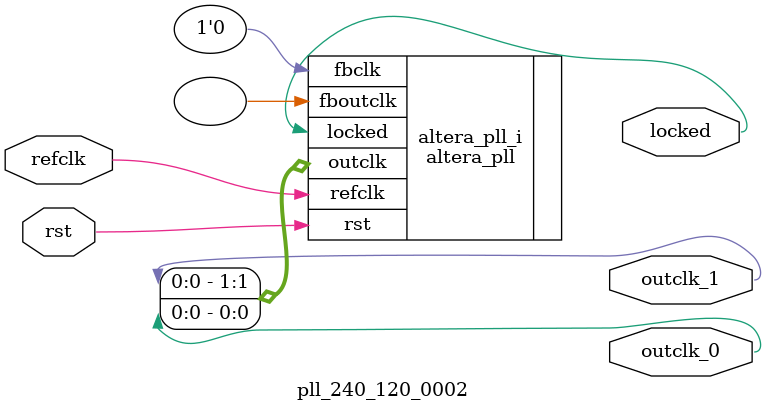
<source format=v>
`timescale 1ns/10ps
module  pll_240_120_0002(

	// interface 'refclk'
	input wire refclk,

	// interface 'reset'
	input wire rst,

	// interface 'outclk0'
	output wire outclk_0,

	// interface 'outclk1'
	output wire outclk_1,

	// interface 'locked'
	output wire locked
);

	altera_pll #(
		.fractional_vco_multiplier("false"),
		.reference_clock_frequency("125.0 MHz"),
		.operation_mode("direct"),
		.number_of_clocks(2),
		.output_clock_frequency0("240.000000 MHz"),
		.phase_shift0("0 ps"),
		.duty_cycle0(50),
		.output_clock_frequency1("120.000000 MHz"),
		.phase_shift1("0 ps"),
		.duty_cycle1(50),
		.output_clock_frequency2("0 MHz"),
		.phase_shift2("0 ps"),
		.duty_cycle2(50),
		.output_clock_frequency3("0 MHz"),
		.phase_shift3("0 ps"),
		.duty_cycle3(50),
		.output_clock_frequency4("0 MHz"),
		.phase_shift4("0 ps"),
		.duty_cycle4(50),
		.output_clock_frequency5("0 MHz"),
		.phase_shift5("0 ps"),
		.duty_cycle5(50),
		.output_clock_frequency6("0 MHz"),
		.phase_shift6("0 ps"),
		.duty_cycle6(50),
		.output_clock_frequency7("0 MHz"),
		.phase_shift7("0 ps"),
		.duty_cycle7(50),
		.output_clock_frequency8("0 MHz"),
		.phase_shift8("0 ps"),
		.duty_cycle8(50),
		.output_clock_frequency9("0 MHz"),
		.phase_shift9("0 ps"),
		.duty_cycle9(50),
		.output_clock_frequency10("0 MHz"),
		.phase_shift10("0 ps"),
		.duty_cycle10(50),
		.output_clock_frequency11("0 MHz"),
		.phase_shift11("0 ps"),
		.duty_cycle11(50),
		.output_clock_frequency12("0 MHz"),
		.phase_shift12("0 ps"),
		.duty_cycle12(50),
		.output_clock_frequency13("0 MHz"),
		.phase_shift13("0 ps"),
		.duty_cycle13(50),
		.output_clock_frequency14("0 MHz"),
		.phase_shift14("0 ps"),
		.duty_cycle14(50),
		.output_clock_frequency15("0 MHz"),
		.phase_shift15("0 ps"),
		.duty_cycle15(50),
		.output_clock_frequency16("0 MHz"),
		.phase_shift16("0 ps"),
		.duty_cycle16(50),
		.output_clock_frequency17("0 MHz"),
		.phase_shift17("0 ps"),
		.duty_cycle17(50),
		.pll_type("General"),
		.pll_subtype("General")
	) altera_pll_i (
		.rst	(rst),
		.outclk	({outclk_1, outclk_0}),
		.locked	(locked),
		.fboutclk	( ),
		.fbclk	(1'b0),
		.refclk	(refclk)
	);
endmodule


</source>
